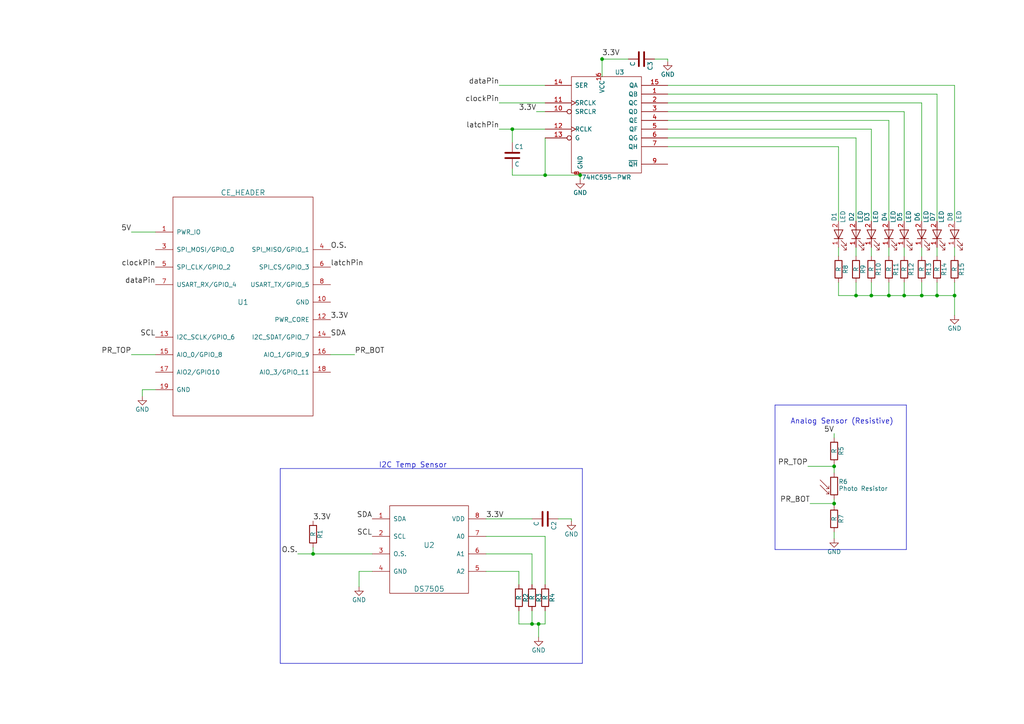
<source format=kicad_sch>
(kicad_sch (version 20230121) (generator eeschema)
  (paper "A4")
  (lib_symbols
    (symbol "SensorBoard-rescue:C" (pin_numbers hide) (pin_names (offset 0.254))
      (property "Reference" "C" (at 0.635 2.54 0))
      (property "Value" "C" (at 0.635 -2.54 0))
      (symbol "C_0_1"
        (polyline (pts (xy -2.032 -0.762) (xy 2.032 -0.762)) (stroke (width 0.508)))
        (polyline (pts (xy -2.032 0.762) (xy 2.032 0.762)) (stroke (width 0.508)))
      )
      (symbol "C_1_1"
        (pin passive line (at 0 3.81 270) (length 2.794) (name "~") (number "1"))
        (pin passive line (at 0 -3.81 90) (length 2.794) (name "~") (number "2"))
      )
    )
    (symbol "SensorBoard-rescue:GND" (power) (pin_names (offset 0))
      (property "Value" "GND" (at 0 -3.81 0))
      (symbol "GND_0_1"
        (polyline (pts (xy 0 0) (xy 0 -1.27) (xy 1.27 -1.27) (xy 0 -2.54) (xy -1.27 -1.27) (xy 0 -1.27)))
      )
      (symbol "GND_1_1"
        (pin power_in line (at 0 0 270) (length 0) hide (name "GND") (number "1"))
      )
    )
    (symbol "SensorBoard-rescue:LED" (pin_names (offset 1.016) hide)
      (property "Reference" "D" (at 0 2.54 0))
      (property "Value" "LED" (at 0 -2.54 0))
      (symbol "LED_0_1"
        (polyline (pts (xy -1.27 -1.27) (xy -1.27 1.27)) (stroke (width 0.2032)))
        (polyline (pts (xy -1.27 0) (xy 1.27 0)))
        (polyline (pts (xy 1.27 -1.27) (xy 1.27 1.27) (xy -1.27 0) (xy 1.27 -1.27)) (stroke (width 0.2032)))
        (polyline (pts (xy -3.048 -0.762) (xy -4.572 -2.286) (xy -3.81 -2.286) (xy -4.572 -2.286) (xy -4.572 -1.524)))
        (polyline (pts (xy -1.778 -0.762) (xy -3.302 -2.286) (xy -2.54 -2.286) (xy -3.302 -2.286) (xy -3.302 -1.524)))
      )
      (symbol "LED_1_1"
        (pin passive line (at -3.81 0 0) (length 2.54) (name "K") (number "1"))
        (pin passive line (at 3.81 0 180) (length 2.54) (name "A") (number "2"))
      )
    )
    (symbol "SensorBoard-rescue:R" (pin_numbers hide) (pin_names (offset 0))
      (property "Reference" "R" (at 2.032 0 90))
      (property "Value" "R" (at 0 0 90))
      (symbol "R_0_1"
        (rectangle (start -1.016 -2.54) (end 1.016 2.54) (stroke (width 0.254)))
      )
      (symbol "R_1_1"
        (pin passive line (at 0 3.81 270) (length 1.27) (name "~") (number "1"))
        (pin passive line (at 0 -3.81 90) (length 1.27) (name "~") (number "2"))
      )
    )
    (symbol "SensorBoard-rescue:R_PHOTO" (pin_numbers hide) (pin_names (offset 0))
      (property "Reference" "R" (at 1.27 1.27 0))
      (property "Value" "R_PHOTO" (at 1.27 0 0))
      (symbol "R_PHOTO_0_1"
        (rectangle (start -1.016 2.54) (end 1.016 -2.54) (stroke (width 0.254)))
        (polyline (pts (xy -1.524 -2.286) (xy -4.064 0.254)))
        (polyline (pts (xy -1.524 -2.286) (xy -2.286 -2.286)))
        (polyline (pts (xy -1.524 -2.286) (xy -1.524 -1.524)))
        (polyline (pts (xy -1.524 -0.762) (xy -4.064 1.778)))
        (polyline (pts (xy -1.524 -0.762) (xy -2.286 -0.762)))
        (polyline (pts (xy -1.524 -0.762) (xy -1.524 0)))
      )
      (symbol "R_PHOTO_1_1"
        (pin passive line (at 0 3.81 270) (length 1.27) (name "~") (number "1"))
        (pin passive line (at 0 -3.81 90) (length 1.27) (name "~") (number "2"))
      )
    )
    (symbol "SensorBoard:74HC595-PWR" (pin_names (offset 1.016))
      (property "Reference" "U" (at 3.81 15.24 0))
      (property "Value" "74HC595-PWR" (at 0 -15.24 0))
      (property "Datasheet" "74xx/74HC595.pdf" (at 0 0 0))
      (symbol "74HC595-PWR_0_1"
        (rectangle (start -10.16 -13.97) (end 10.16 13.97))
      )
      (symbol "74HC595-PWR_1_1"
        (pin tri_state line (at 17.78 8.89 180) (length 7.62) (name "QB") (number "1"))
        (pin input inverted (at -17.78 3.81 0) (length 7.62) (name "SRCLR") (number "10"))
        (pin input clock (at -17.78 6.35 0) (length 7.62) (name "SRCLK") (number "11"))
        (pin input clock (at -17.78 -1.27 0) (length 7.62) (name "RCLK") (number "12"))
        (pin input inverted (at -17.78 -3.81 0) (length 7.62) (name "G") (number "13"))
        (pin input line (at -17.78 11.43 0) (length 7.62) (name "SER") (number "14"))
        (pin tri_state line (at 17.78 11.43 180) (length 7.62) (name "QA") (number "15"))
        (pin power_in line (at -1.27 13.97 270) (length 0) (name "VCC") (number "16"))
        (pin tri_state line (at 17.78 6.35 180) (length 7.62) (name "QC") (number "2"))
        (pin tri_state line (at 17.78 3.81 180) (length 7.62) (name "QD") (number "3"))
        (pin tri_state line (at 17.78 1.27 180) (length 7.62) (name "QE") (number "4"))
        (pin tri_state line (at 17.78 -1.27 180) (length 7.62) (name "QF") (number "5"))
        (pin tri_state line (at 17.78 -3.81 180) (length 7.62) (name "QG") (number "6"))
        (pin tri_state line (at 17.78 -6.35 180) (length 7.62) (name "QH") (number "7"))
        (pin power_in line (at -7.62 -13.97 90) (length 0) (name "GND") (number "8"))
        (pin output line (at 17.78 -11.43 180) (length 7.62) (name "~{QH}") (number "9"))
      )
    )
    (symbol "SensorBoard:DS7505" (pin_names (offset 1.016))
      (property "Reference" "U" (at 0 0 0))
      (property "Value" "DS7505" (at 0 -12.7 0))
      (symbol "DS7505_0_1"
        (rectangle (start -11.43 11.43) (end 11.43 -13.97))
      )
      (symbol "DS7505_1_1"
        (pin input line (at -16.51 7.62 0) (length 5.08) (name "SDA") (number "1"))
        (pin input line (at -16.51 2.54 0) (length 5.08) (name "SCL") (number "2"))
        (pin input line (at -16.51 -2.54 0) (length 5.08) (name "O.S.") (number "3"))
        (pin input line (at -16.51 -7.62 0) (length 5.08) (name "GND") (number "4"))
        (pin input line (at 16.51 -7.62 180) (length 5.08) (name "A2") (number "5"))
        (pin input line (at 16.51 -2.54 180) (length 5.08) (name "A1") (number "6"))
        (pin input line (at 16.51 2.54 180) (length 5.08) (name "A0") (number "7"))
        (pin input line (at 16.51 7.62 180) (length 5.08) (name "VDD") (number "8"))
      )
    )
    (symbol "ce_header:CE_HEADER" (pin_names (offset 1.016))
      (property "Reference" "U" (at 0 0 0))
      (property "Value" "CE_HEADER" (at 0 31.75 0))
      (symbol "CE_HEADER_0_1"
        (rectangle (start -20.32 30.48) (end 20.32 -33.02))
      )
      (symbol "CE_HEADER_1_1"
        (pin input line (at -25.4 20.32 0) (length 5.08) (name "PWR_IO") (number "1"))
        (pin input line (at 25.4 0 180) (length 5.08) (name "GND") (number "10"))
        (pin input line (at 25.4 -5.08 180) (length 5.08) (name "PWR_CORE") (number "12"))
        (pin input line (at -25.4 -10.16 0) (length 5.08) (name "I2C_SCLK/GPIO_6") (number "13"))
        (pin input line (at 25.4 -10.16 180) (length 5.08) (name "I2C_SDAT/GPIO_7") (number "14"))
        (pin input line (at -25.4 -15.24 0) (length 5.08) (name "AIO_0/GPIO_8") (number "15"))
        (pin input line (at 25.4 -15.24 180) (length 5.08) (name "AIO_1/GPIO_9") (number "16"))
        (pin input line (at -25.4 -20.32 0) (length 5.08) (name "AIO2/GPIO10") (number "17"))
        (pin input line (at 25.4 -20.32 180) (length 5.08) (name "AIO_3/GPIO_11") (number "18"))
        (pin input line (at -25.4 -25.4 0) (length 5.08) (name "GND") (number "19"))
        (pin input line (at -25.4 15.24 0) (length 5.08) (name "SPI_MOSI/GPIO_0") (number "3"))
        (pin input line (at 25.4 15.24 180) (length 5.08) (name "SPI_MISO/GPIO_1") (number "4"))
        (pin input line (at -25.4 10.16 0) (length 5.08) (name "SPI_CLK/GPIO_2") (number "5"))
        (pin input line (at 25.4 10.16 180) (length 5.08) (name "SPI_CS/GPIO_3") (number "6"))
        (pin input line (at -25.4 5.08 0) (length 5.08) (name "USART_RX/GPIO_4") (number "7"))
        (pin input line (at 25.4 5.08 180) (length 5.08) (name "USART_TX/GPIO_5") (number "8"))
      )
    )
  )
  (junction (at 158.115 50.8))
  (junction (at 271.78 85.725))
  (junction (at 248.285 85.725))
  (junction (at 168.275 50.8))
  (junction (at 241.935 146.05))
  (junction (at 90.805 160.655))
  (junction (at 241.935 135.255))
  (junction (at 267.335 85.725))
  (junction (at 148.59 37.465))
  (junction (at 174.625 17.145))
  (junction (at 276.86 85.725))
  (junction (at 252.73 85.725))
  (junction (at 156.21 180.975))
  (junction (at 257.81 85.725))
  (junction (at 154.305 180.975))
  (junction (at 262.255 85.725))
  (wire (pts (xy 150.495 169.545) (xy 150.495 165.735)))
  (wire (pts (xy 234.315 135.255) (xy 241.935 135.255)))
  (wire (pts (xy 243.205 42.545) (xy 243.205 64.135)))
  (wire (pts (xy 271.78 27.305) (xy 271.78 64.135)))
  (wire (pts (xy 248.285 40.005) (xy 248.285 64.135)))
  (wire (pts (xy 174.625 17.145) (xy 174.625 16.51)))
  (wire (pts (xy 158.115 40.005) (xy 158.115 50.8)))
  (polyline (pts (xy 168.91 135.89) (xy 168.91 192.405)))
  (wire (pts (xy 262.255 85.725) (xy 267.335 85.725)))
  (wire (pts (xy 257.81 85.725) (xy 262.255 85.725)))
  (wire (pts (xy 168.275 50.8) (xy 168.275 52.07)))
  (wire (pts (xy 158.115 180.975) (xy 158.115 177.165)))
  (wire (pts (xy 193.675 17.78) (xy 193.675 17.145)))
  (wire (pts (xy 271.78 85.725) (xy 271.78 81.915)))
  (wire (pts (xy 262.255 32.385) (xy 262.255 64.135)))
  (wire (pts (xy 150.495 180.975) (xy 154.305 180.975)))
  (wire (pts (xy 148.59 37.465) (xy 148.59 41.275)))
  (wire (pts (xy 241.935 125.73) (xy 241.935 127)))
  (wire (pts (xy 243.205 71.755) (xy 243.205 74.295)))
  (polyline (pts (xy 262.89 117.475) (xy 224.79 117.475)))
  (wire (pts (xy 165.735 151.13) (xy 165.735 150.495)))
  (wire (pts (xy 140.97 150.495) (xy 154.305 150.495)))
  (wire (pts (xy 243.205 85.725) (xy 243.205 81.915)))
  (wire (pts (xy 252.73 71.755) (xy 252.73 74.295)))
  (wire (pts (xy 174.625 17.145) (xy 182.245 17.145)))
  (wire (pts (xy 156.21 180.975) (xy 156.21 184.785)))
  (wire (pts (xy 158.115 32.385) (xy 155.575 32.385)))
  (polyline (pts (xy 224.79 117.475) (xy 224.79 159.385)))
  (wire (pts (xy 148.59 48.895) (xy 148.59 50.8)))
  (wire (pts (xy 45.085 67.31) (xy 38.1 67.31)))
  (wire (pts (xy 154.305 177.165) (xy 154.305 180.975)))
  (wire (pts (xy 150.495 165.735) (xy 140.97 165.735)))
  (wire (pts (xy 158.115 29.845) (xy 144.78 29.845)))
  (wire (pts (xy 193.675 40.005) (xy 248.285 40.005)))
  (wire (pts (xy 148.59 50.8) (xy 158.115 50.8)))
  (wire (pts (xy 276.86 81.915) (xy 276.86 85.725)))
  (wire (pts (xy 248.285 85.725) (xy 252.73 85.725)))
  (wire (pts (xy 252.73 37.465) (xy 252.73 64.135)))
  (wire (pts (xy 165.735 150.495) (xy 161.925 150.495)))
  (wire (pts (xy 158.115 37.465) (xy 148.59 37.465)))
  (wire (pts (xy 174.625 22.225) (xy 174.625 17.145)))
  (wire (pts (xy 193.675 37.465) (xy 252.73 37.465)))
  (wire (pts (xy 276.86 71.755) (xy 276.86 74.295)))
  (wire (pts (xy 41.275 113.03) (xy 45.085 113.03)))
  (wire (pts (xy 193.675 24.765) (xy 276.86 24.765)))
  (wire (pts (xy 140.97 160.655) (xy 154.305 160.655)))
  (wire (pts (xy 104.14 170.18) (xy 104.14 165.735)))
  (wire (pts (xy 248.285 85.725) (xy 248.285 81.915)))
  (polyline (pts (xy 81.28 192.405) (xy 81.28 135.89)))
  (wire (pts (xy 271.78 85.725) (xy 276.86 85.725)))
  (wire (pts (xy 90.805 158.75) (xy 90.805 160.655)))
  (wire (pts (xy 241.935 144.78) (xy 241.935 146.05)))
  (wire (pts (xy 158.115 155.575) (xy 140.97 155.575)))
  (wire (pts (xy 234.95 146.05) (xy 241.935 146.05)))
  (wire (pts (xy 267.335 85.725) (xy 271.78 85.725)))
  (wire (pts (xy 193.675 34.925) (xy 257.81 34.925)))
  (wire (pts (xy 45.085 102.87) (xy 38.1 102.87)))
  (wire (pts (xy 276.86 85.725) (xy 276.86 91.44)))
  (wire (pts (xy 41.275 114.935) (xy 41.275 113.03)))
  (wire (pts (xy 241.935 146.05) (xy 241.935 146.685)))
  (wire (pts (xy 193.675 42.545) (xy 243.205 42.545)))
  (wire (pts (xy 267.335 71.755) (xy 267.335 74.295)))
  (wire (pts (xy 90.805 160.655) (xy 86.36 160.655)))
  (polyline (pts (xy 262.89 159.385) (xy 262.89 117.475)))
  (wire (pts (xy 241.935 134.62) (xy 241.935 135.255)))
  (wire (pts (xy 107.95 160.655) (xy 90.805 160.655)))
  (wire (pts (xy 257.81 34.925) (xy 257.81 64.135)))
  (wire (pts (xy 241.935 154.305) (xy 241.935 156.21)))
  (wire (pts (xy 243.205 85.725) (xy 248.285 85.725)))
  (wire (pts (xy 158.115 50.8) (xy 168.275 50.8)))
  (wire (pts (xy 252.73 85.725) (xy 252.73 81.915)))
  (wire (pts (xy 271.78 71.755) (xy 271.78 74.295)))
  (wire (pts (xy 262.255 85.725) (xy 262.255 81.915)))
  (polyline (pts (xy 81.28 135.89) (xy 168.91 135.89)))
  (wire (pts (xy 168.275 50.165) (xy 168.275 50.8)))
  (wire (pts (xy 193.675 32.385) (xy 262.255 32.385)))
  (wire (pts (xy 193.675 17.145) (xy 189.865 17.145)))
  (wire (pts (xy 276.86 24.765) (xy 276.86 64.135)))
  (wire (pts (xy 193.675 29.845) (xy 267.335 29.845)))
  (wire (pts (xy 267.335 85.725) (xy 267.335 81.915)))
  (wire (pts (xy 95.885 102.87) (xy 102.87 102.87)))
  (wire (pts (xy 158.115 169.545) (xy 158.115 155.575)))
  (wire (pts (xy 267.335 29.845) (xy 267.335 64.135)))
  (wire (pts (xy 154.305 160.655) (xy 154.305 169.545)))
  (wire (pts (xy 148.59 37.465) (xy 144.78 37.465)))
  (wire (pts (xy 248.285 71.755) (xy 248.285 74.295)))
  (polyline (pts (xy 224.79 159.385) (xy 262.89 159.385)))
  (wire (pts (xy 252.73 85.725) (xy 257.81 85.725)))
  (wire (pts (xy 241.935 135.255) (xy 241.935 137.16)))
  (wire (pts (xy 156.21 180.975) (xy 158.115 180.975)))
  (wire (pts (xy 154.305 180.975) (xy 156.21 180.975)))
  (wire (pts (xy 257.81 85.725) (xy 257.81 81.915)))
  (wire (pts (xy 104.14 165.735) (xy 107.95 165.735)))
  (wire (pts (xy 150.495 177.165) (xy 150.495 180.975)))
  (wire (pts (xy 193.675 27.305) (xy 271.78 27.305)))
  (wire (pts (xy 158.115 24.765) (xy 144.78 24.765)))
  (wire (pts (xy 257.81 71.755) (xy 257.81 74.295)))
  (wire (pts (xy 262.255 71.755) (xy 262.255 74.295)))
  (polyline (pts (xy 168.91 192.405) (xy 81.28 192.405)))
  (text "Analog Sensor (Resistive)" (at 229.235 123.19 0) (effects (font (size 1.524 1.524)) (justify left bottom)))
  (text "I2C Temp Sensor\n" (at 109.855 135.89 0) (effects (font (size 1.524 1.524)) (justify left bottom)))
  (label "5V" (at 241.935 125.73 180) (effects (font (size 1.524 1.524))))
  (label "O.S." (at 95.885 72.39 0) (effects (font (size 1.524 1.524))))
  (label "latchPin" (at 144.78 37.465 180) (effects (font (size 1.524 1.524))))
  (label "3.3V" (at 140.97 150.495 0) (effects (font (size 1.524 1.524))))
  (label "clockPin" (at 45.085 77.47 180) (effects (font (size 1.524 1.524))))
  (label "SDA" (at 107.95 150.495 180) (effects (font (size 1.524 1.524))))
  (label "dataPin" (at 45.085 82.55 180) (effects (font (size 1.524 1.524))))
  (label "5V" (at 38.1 67.31 180) (effects (font (size 1.524 1.524))))
  (label "clockPin" (at 144.78 29.845 180) (effects (font (size 1.524 1.524))))
  (label "3.3V" (at 90.805 151.13 0) (effects (font (size 1.524 1.524))))
  (label "3.3V" (at 155.575 32.385 180) (effects (font (size 1.524 1.524))))
  (label "O.S." (at 86.36 160.655 180) (effects (font (size 1.524 1.524))))
  (label "3.3V" (at 174.625 16.51 0) (effects (font (size 1.524 1.524))))
  (label "3.3V" (at 95.885 92.71 0) (effects (font (size 1.524 1.524))))
  (label "SCL" (at 107.95 155.575 180) (effects (font (size 1.524 1.524))))
  (label "SDA" (at 95.885 97.79 0) (effects (font (size 1.524 1.524))))
  (label "dataPin" (at 144.78 24.765 180) (effects (font (size 1.524 1.524))))
  (label "SCL" (at 45.085 97.79 180) (effects (font (size 1.524 1.524))))
  (label "PR_BOT" (at 102.87 102.87 0) (effects (font (size 1.524 1.524))))
  (label "PR_TOP" (at 234.315 135.255 180) (effects (font (size 1.524 1.524))))
  (label "PR_TOP" (at 38.1 102.87 180) (effects (font (size 1.524 1.524))))
  (label "latchPin" (at 95.885 77.47 0) (effects (font (size 1.524 1.524))))
  (label "PR_BOT" (at 234.95 146.05 180) (effects (font (size 1.524 1.524))))
  (symbol (lib_id "ce_header:CE_HEADER") (at 70.485 87.63 0) (unit 1)
    (property "Reference" "U1" (at 70.485 87.63 0) (effects (font (size 1.524 1.524))))
    (property "Value" "CE_HEADER" (at 70.485 55.88 0) (effects (font (size 1.524 1.524))))
    (property "Footprint" "SensorBoard:CE_Header" (effects hide))
  )
  (symbol (lib_id "SensorBoard-rescue:LED") (at 276.86 67.945 90) (unit 1)
    (property "Reference" "D8" (at 275.59 62.865 0))
    (property "Value" "LED" (at 278.13 62.865 0))
    (property "Footprint" "LEDs:LED_0805" (effects hide))
  )
  (symbol (lib_id "SensorBoard-rescue:R") (at 276.86 78.105 0) (unit 1)
    (property "Reference" "R15" (at 278.892 78.105 90))
    (property "Value" "R" (at 276.86 78.105 90))
    (property "Footprint" "Resistors_SMD:R_0805" (effects hide))
  )
  (symbol (lib_id "SensorBoard-rescue:GND") (at 276.86 91.44 0) (unit 1)
    (property "Reference" "#PWR01" (effects hide))
    (property "Value" "GND" (at 276.86 95.25 0))
  )
  (symbol (lib_id "SensorBoard-rescue:LED") (at 271.78 67.945 90) (unit 1)
    (property "Reference" "D7" (at 270.51 62.865 0))
    (property "Value" "LED" (at 273.05 62.865 0))
    (property "Footprint" "LEDs:LED_0805" (effects hide))
  )
  (symbol (lib_id "SensorBoard-rescue:R") (at 271.78 78.105 0) (unit 1)
    (property "Reference" "R14" (at 273.812 78.105 90))
    (property "Value" "R" (at 271.78 78.105 90))
    (property "Footprint" "Resistors_SMD:R_0805" (effects hide))
  )
  (symbol (lib_id "SensorBoard-rescue:LED") (at 267.335 67.945 90) (unit 1)
    (property "Reference" "D6" (at 266.065 62.865 0))
    (property "Value" "LED" (at 268.605 62.865 0))
    (property "Footprint" "LEDs:LED_0805" (effects hide))
  )
  (symbol (lib_id "SensorBoard-rescue:R") (at 267.335 78.105 0) (unit 1)
    (property "Reference" "R13" (at 269.367 78.105 90))
    (property "Value" "R" (at 267.335 78.105 90))
    (property "Footprint" "Resistors_SMD:R_0805" (effects hide))
  )
  (symbol (lib_id "SensorBoard-rescue:LED") (at 262.255 67.945 90) (unit 1)
    (property "Reference" "D5" (at 260.985 62.865 0))
    (property "Value" "LED" (at 263.525 62.865 0))
    (property "Footprint" "LEDs:LED_0805" (effects hide))
  )
  (symbol (lib_id "SensorBoard-rescue:R") (at 262.255 78.105 0) (unit 1)
    (property "Reference" "R12" (at 264.287 78.105 90))
    (property "Value" "R" (at 262.255 78.105 90))
    (property "Footprint" "Resistors_SMD:R_0805" (effects hide))
  )
  (symbol (lib_id "SensorBoard-rescue:LED") (at 257.81 67.945 90) (unit 1)
    (property "Reference" "D4" (at 256.54 62.865 0))
    (property "Value" "LED" (at 259.08 62.865 0))
    (property "Footprint" "LEDs:LED_0805" (effects hide))
  )
  (symbol (lib_id "SensorBoard-rescue:R") (at 257.81 78.105 0) (unit 1)
    (property "Reference" "R11" (at 259.842 78.105 90))
    (property "Value" "R" (at 257.81 78.105 90))
    (property "Footprint" "Resistors_SMD:R_0805" (effects hide))
  )
  (symbol (lib_id "SensorBoard-rescue:LED") (at 252.73 67.945 90) (unit 1)
    (property "Reference" "D3" (at 251.46 62.865 0))
    (property "Value" "LED" (at 254 62.865 0))
    (property "Footprint" "LEDs:LED_0805" (effects hide))
  )
  (symbol (lib_id "SensorBoard-rescue:R") (at 252.73 78.105 0) (unit 1)
    (property "Reference" "R10" (at 254.762 78.105 90))
    (property "Value" "R" (at 252.73 78.105 90))
    (property "Footprint" "Resistors_SMD:R_0805" (effects hide))
  )
  (symbol (lib_id "SensorBoard-rescue:LED") (at 248.285 67.945 90) (unit 1)
    (property "Reference" "D2" (at 247.015 62.865 0))
    (property "Value" "LED" (at 249.555 62.865 0))
    (property "Footprint" "LEDs:LED_0805" (effects hide))
  )
  (symbol (lib_id "SensorBoard-rescue:R") (at 248.285 78.105 0) (unit 1)
    (property "Reference" "R9" (at 250.317 78.105 90))
    (property "Value" "R" (at 248.285 78.105 90))
    (property "Footprint" "Resistors_SMD:R_0805" (effects hide))
  )
  (symbol (lib_id "SensorBoard-rescue:LED") (at 243.205 67.945 90) (unit 1)
    (property "Reference" "D1" (at 241.935 62.865 0))
    (property "Value" "LED" (at 244.475 62.865 0))
    (property "Footprint" "LEDs:LED_0805" (effects hide))
  )
  (symbol (lib_id "SensorBoard-rescue:R") (at 243.205 78.105 0) (unit 1)
    (property "Reference" "R8" (at 245.237 78.105 90))
    (property "Value" "R" (at 243.205 78.105 90))
    (property "Footprint" "Resistors_SMD:R_0805" (effects hide))
  )
  (symbol (lib_id "SensorBoard-rescue:R") (at 241.935 150.495 0) (unit 1)
    (property "Reference" "R7" (at 243.967 150.495 90))
    (property "Value" "R" (at 241.935 150.495 90))
    (property "Footprint" "Resistors_SMD:R_0805" (effects hide))
  )
  (symbol (lib_id "SensorBoard-rescue:GND") (at 41.275 114.935 0) (unit 1)
    (property "Reference" "#PWR02" (effects hide))
    (property "Value" "GND" (at 41.275 118.745 0))
  )
  (symbol (lib_id "SensorBoard:DS7505") (at 124.46 158.115 0) (unit 1)
    (property "Reference" "U2" (at 124.46 158.115 0) (effects (font (size 1.524 1.524))))
    (property "Value" "DS7505" (at 124.46 170.815 0) (effects (font (size 1.524 1.524))))
    (property "Footprint" "Housings_SOIC:SOIC-8-1EP_3.9x4.9mm_Pitch1.27mm" (effects hide))
  )
  (symbol (lib_id "SensorBoard-rescue:R") (at 158.115 173.355 0) (unit 1)
    (property "Reference" "R4" (at 160.147 173.355 90))
    (property "Value" "R" (at 158.115 173.355 90))
    (property "Footprint" "Resistors_SMD:R_0805" (effects hide))
  )
  (symbol (lib_id "SensorBoard-rescue:R") (at 154.305 173.355 0) (unit 1)
    (property "Reference" "R3" (at 156.337 173.355 90))
    (property "Value" "R" (at 154.305 173.355 90))
    (property "Footprint" "Resistors_SMD:R_0805" (effects hide))
  )
  (symbol (lib_id "SensorBoard-rescue:R") (at 150.495 173.355 0) (unit 1)
    (property "Reference" "R2" (at 152.527 173.355 90))
    (property "Value" "R" (at 150.495 173.355 90))
    (property "Footprint" "Resistors_SMD:R_0805" (effects hide))
  )
  (symbol (lib_id "SensorBoard-rescue:GND") (at 156.21 184.785 0) (unit 1)
    (property "Reference" "#PWR03" (effects hide))
    (property "Value" "GND" (at 156.21 188.595 0))
  )
  (symbol (lib_id "SensorBoard-rescue:GND") (at 104.14 170.18 0) (unit 1)
    (property "Reference" "#PWR04" (effects hide))
    (property "Value" "GND" (at 104.14 173.99 0))
  )
  (symbol (lib_id "SensorBoard-rescue:R") (at 90.805 154.94 0) (unit 1)
    (property "Reference" "R1" (at 92.837 154.94 90))
    (property "Value" "R" (at 90.805 154.94 90))
    (property "Footprint" "Resistors_SMD:R_0805" (effects hide))
  )
  (symbol (lib_id "SensorBoard-rescue:R_PHOTO") (at 241.935 140.97 0) (unit 1)
    (property "Reference" "R6" (at 243.205 139.7 0) (effects (justify left)))
    (property "Value" "Photo Resistor" (at 243.205 140.97 0) (effects (justify left top)))
    (property "Footprint" "Capacitors_ThroughHole:CP_Radial_Tantal_D5.5mm_P5.00mm" (effects hide))
    (property "Datasheet" "http://www.digikey.com/products/en?keywords=PDV-P8103" (effects hide))
    (property "MPN" "PDV-P8103" (effects hide))
  )
  (symbol (lib_id "SensorBoard-rescue:R") (at 241.935 130.81 0) (unit 1)
    (property "Reference" "R5" (at 243.967 130.81 90))
    (property "Value" "R" (at 241.935 130.81 90))
    (property "Footprint" "Resistors_SMD:R_0805" (effects hide))
  )
  (symbol (lib_id "SensorBoard-rescue:GND") (at 241.935 156.21 0) (unit 1)
    (property "Reference" "#PWR05" (effects hide))
    (property "Value" "GND" (at 241.935 160.02 0))
  )
  (symbol (lib_id "SensorBoard:74HC595-PWR") (at 175.895 36.195 0) (unit 1)
    (property "Reference" "U3" (at 179.705 20.955 0))
    (property "Value" "74HC595-PWR" (at 175.895 51.435 0))
    (property "Footprint" "Housings_SOIC:SOIC-16_3.9x9.9mm_Pitch1.27mm" (effects hide))
    (property "Datasheet" "http://www.digikey.com/product-detail/en/fairchild-on-semiconductor/MM74HC595MX/MM74HC595MXCT-ND/1626252" (effects hide))
    (property "MPN" "MM74HC595MX" (effects hide))
  )
  (symbol (lib_id "SensorBoard-rescue:GND") (at 168.275 52.07 0) (unit 1)
    (property "Reference" "#PWR06" (effects hide))
    (property "Value" "GND" (at 168.275 55.88 0))
  )
  (symbol (lib_id "SensorBoard-rescue:C") (at 148.59 45.085 0) (unit 1)
    (property "Reference" "C1" (at 149.225 42.545 0) (effects (justify left)))
    (property "Value" "C" (at 149.225 47.625 0) (effects (justify left)))
    (property "Footprint" "Capacitors_SMD:C_0805" (effects hide))
  )
  (symbol (lib_id "SensorBoard-rescue:C") (at 186.055 17.145 270) (unit 1)
    (property "Reference" "C3" (at 188.595 17.78 0) (effects (justify left)))
    (property "Value" "C" (at 183.515 17.78 0) (effects (justify left)))
    (property "Footprint" "Capacitors_SMD:C_0805" (effects hide))
  )
  (symbol (lib_id "SensorBoard-rescue:GND") (at 193.675 17.78 0) (unit 1)
    (property "Reference" "#PWR07" (effects hide))
    (property "Value" "GND" (at 193.675 21.59 0))
  )
  (symbol (lib_id "SensorBoard-rescue:C") (at 158.115 150.495 270) (unit 1)
    (property "Reference" "C2" (at 160.655 151.13 0) (effects (justify left)))
    (property "Value" "C" (at 155.575 151.13 0) (effects (justify left)))
    (property "Footprint" "Capacitors_SMD:C_0805" (effects hide))
  )
  (symbol (lib_id "SensorBoard-rescue:GND") (at 165.735 151.13 0) (unit 1)
    (property "Reference" "#PWR08" (effects hide))
    (property "Value" "GND" (at 165.735 154.94 0))
  )
)
</source>
